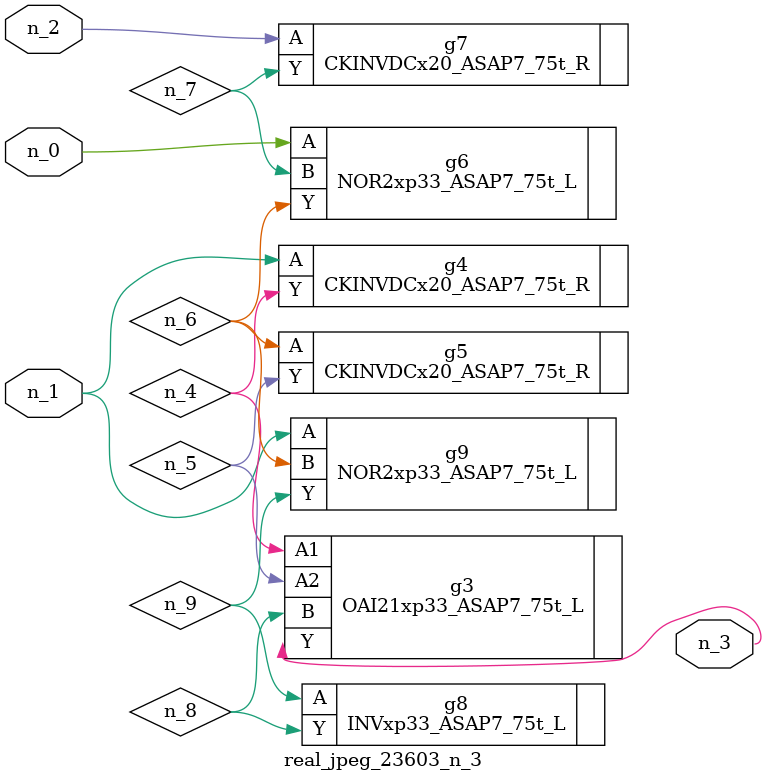
<source format=v>
module real_jpeg_23603_n_3 (n_1, n_0, n_2, n_3);

input n_1;
input n_0;
input n_2;

output n_3;

wire n_5;
wire n_4;
wire n_8;
wire n_6;
wire n_7;
wire n_9;

NOR2xp33_ASAP7_75t_L g6 ( 
.A(n_0),
.B(n_7),
.Y(n_6)
);

CKINVDCx20_ASAP7_75t_R g4 ( 
.A(n_1),
.Y(n_4)
);

NOR2xp33_ASAP7_75t_L g9 ( 
.A(n_1),
.B(n_6),
.Y(n_9)
);

CKINVDCx20_ASAP7_75t_R g7 ( 
.A(n_2),
.Y(n_7)
);

OAI21xp33_ASAP7_75t_L g3 ( 
.A1(n_4),
.A2(n_5),
.B(n_8),
.Y(n_3)
);

CKINVDCx20_ASAP7_75t_R g5 ( 
.A(n_6),
.Y(n_5)
);

INVxp33_ASAP7_75t_L g8 ( 
.A(n_9),
.Y(n_8)
);


endmodule
</source>
